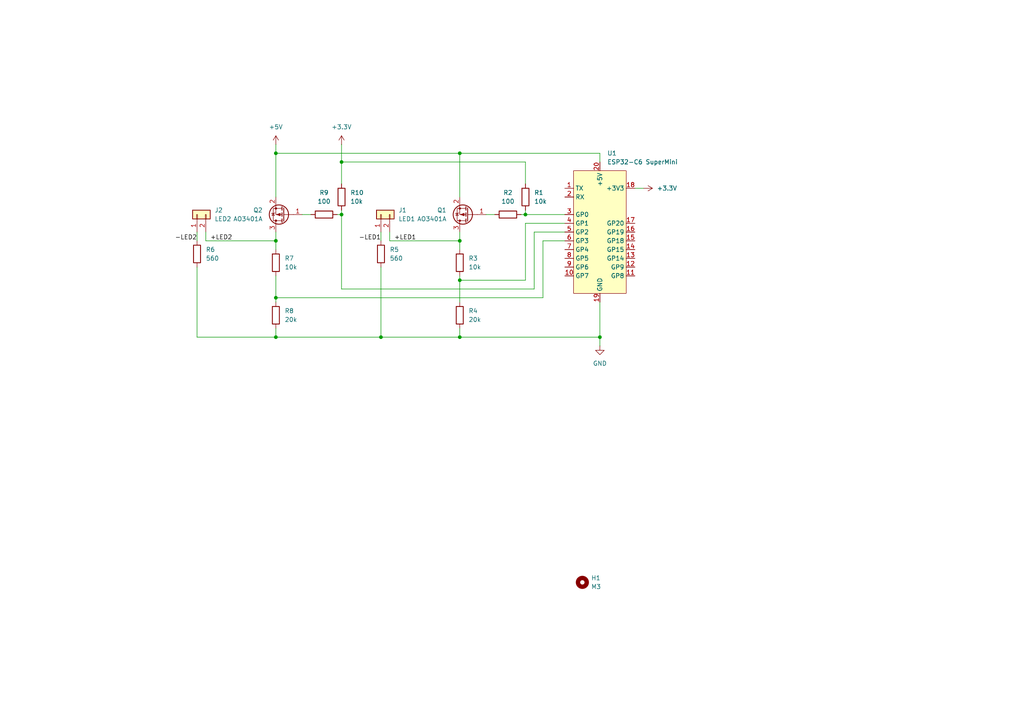
<source format=kicad_sch>
(kicad_sch (version 20250114) (generator "eeschema") (generator_version "9.0")
  (paper "A4")
  (lib_symbols
    (symbol "ESP32_2LED-IO:AO3401A" (pin_names (hide yes))
      (property "Reference" "Q" (at 5.08 1.905 0))
      (property "Value" "AO3401A" (at 5.08 0 0))
      (symbol "AO3401A_0_1"
        (polyline (pts (xy 0.254 1.905) (xy 0.254 -1.905)) (stroke (width 0.254)))
        (polyline (pts (xy 0.254 0) (xy -2.54 0)))
        (polyline (pts (xy 0.762 2.286) (xy 0.762 1.27)) (stroke (width 0.254)))
        (polyline (pts (xy 0.762 1.778) (xy 3.302 1.778) (xy 3.302 -1.778) (xy 0.762 -1.778)))
        (polyline (pts (xy 0.762 0.508) (xy 0.762 -0.508)) (stroke (width 0.254)))
        (polyline (pts (xy 0.762 -1.27) (xy 0.762 -2.286)) (stroke (width 0.254)))
        (circle (center 1.651 0) (radius 2.794) (stroke (width 0.254)))
        (polyline (pts (xy 2.286 0) (xy 1.27 0.381) (xy 1.27 -0.381) (xy 2.286 0)) (fill (type outline)))
        (polyline (pts (xy 2.54 2.54) (xy 2.54 1.778)))
        (circle (center 2.54 1.778) (radius 0.254) (fill (type outline)))
        (circle (center 2.54 -1.778) (radius 0.254) (fill (type outline)))
        (polyline (pts (xy 2.54 -2.54) (xy 2.54 0) (xy 0.762 0)))
        (polyline (pts (xy 2.794 -0.508) (xy 2.921 -0.381) (xy 3.683 -0.381) (xy 3.81 -0.254)))
        (polyline (pts (xy 3.302 -0.381) (xy 2.921 0.254) (xy 3.683 0.254) (xy 3.302 -0.381)))
      )
      (symbol "AO3401A_1_1"
        (pin input line (at -5.08 0 0) (length 2.54) (name "G") (number "1"))
        (pin passive line (at 2.54 5.08 270) (length 2.54) (name "D") (number "3"))
        (pin passive line (at 2.54 -5.08 90) (length 2.54) (name "S") (number "2"))
      )
    )
    (symbol "ESP32_2LED-IO:Conn_01x02" (pin_names (offset 1.016) (hide yes))
      (property "Reference" "J" (at 0 2.54 0))
      (property "Value" "Conn_01x02" (at 0 -5.08 0))
      (symbol "Conn_01x02_1_1"
        (rectangle (start -1.27 1.27) (end 1.27 -3.81) (stroke (width 0.254)) (fill (type background)))
        (rectangle (start -1.27 0.127) (end 0 -0.127) (stroke (width 0.1524)))
        (rectangle (start -1.27 -2.413) (end 0 -2.667) (stroke (width 0.1524)))
        (pin passive line (at -5.08 0 0) (length 3.81) (name "Pin_1") (number "1"))
        (pin passive line (at -5.08 -2.54 0) (length 3.81) (name "Pin_2") (number "2"))
      )
    )
    (symbol "ESP32_2LED-IO:ESP32-C6-SuperMini"
      (property "Reference" "U" (at 23.114 -12.192 0))
      (property "Value" "ESP32-C6 SuperMini" (at 0 0 90))
      (symbol "ESP32-C6-SuperMini_1_1"
        (rectangle (start -7.62 17.78) (end 7.62 -17.78) (fill (type background)))
        (pin passive line (at -10.16 12.7 0) (length 2.54) (name "TX") (number "1"))
        (pin passive line (at -10.16 10.16 0) (length 2.54) (name "RX") (number "2"))
        (pin passive line (at -10.16 5.08 0) (length 2.54) (name "GP0") (number "3"))
        (pin passive line (at -10.16 2.54 0) (length 2.54) (name "GP1") (number "4"))
        (pin passive line (at -10.16 0 0) (length 2.54) (name "GP2") (number "5"))
        (pin passive line (at -10.16 -2.54 0) (length 2.54) (name "GP3") (number "6"))
        (pin passive line (at -10.16 -5.08 0) (length 2.54) (name "GP4") (number "7"))
        (pin passive line (at -10.16 -7.62 0) (length 2.54) (name "GP5") (number "8"))
        (pin passive line (at -10.16 -10.16 0) (length 2.54) (name "GP6") (number "9"))
        (pin passive line (at -10.16 -12.7 0) (length 2.54) (name "GP7") (number "10"))
        (pin power_in line (at 0 20.32 270) (length 2.54) (name "+5V") (number "20"))
        (pin power_in line (at 0 -20.32 90) (length 2.54) (name "GND") (number "19"))
        (pin power_out line (at 10.16 12.7 180) (length 2.54) (name "+3V3") (number "18"))
        (pin passive line (at 10.16 2.54 180) (length 2.54) (name "GP20") (number "17"))
        (pin passive line (at 10.16 0 180) (length 2.54) (name "GP19") (number "16"))
        (pin passive line (at 10.16 -2.54 180) (length 2.54) (name "GP18") (number "15"))
        (pin passive line (at 10.16 -5.08 180) (length 2.54) (name "GP15") (number "14"))
        (pin passive line (at 10.16 -7.62 180) (length 2.54) (name "GP14") (number "13"))
        (pin passive line (at 10.16 -10.16 180) (length 2.54) (name "GP9") (number "12"))
        (pin passive line (at 10.16 -12.7 180) (length 2.54) (name "GP8") (number "11"))
      )
    )
    (symbol "ESP32_2LED-IO:MountingHole" (pin_names (offset 1.016)) (in_bom no)
      (property "Reference" "H" (at 0 5.08 0))
      (property "Value" "MountingHole" (at 0 3.175 0))
      (symbol "MountingHole_0_1"
        (circle (center 0 0) (radius 1.27) (stroke (width 1.27)))
      )
    )
    (symbol "ESP32_2LED-IO:R" (pin_numbers (hide yes)) (pin_names (offset 0))
      (property "Reference" "R" (at 2.032 0 90))
      (property "Value" "R" (at 0 0 90))
      (symbol "R_0_1"
        (rectangle (start -1.016 -2.54) (end 1.016 2.54) (stroke (width 0.254)))
      )
      (symbol "R_1_1"
        (pin passive line (at 0 3.81 270) (length 1.27) (name "~") (number "1"))
        (pin passive line (at 0 -3.81 90) (length 1.27) (name "~") (number "2"))
      )
    )
    (symbol "power:+3.3V" (power) (pin_numbers (hide yes)) (pin_names (offset 0) (hide yes))
      (property "Value" "+3.3V" (at 0 3.556 0))
      (symbol "+3.3V_0_1"
        (polyline (pts (xy -0.762 1.27) (xy 0 2.54)))
        (polyline (pts (xy 0 2.54) (xy 0.762 1.27)))
        (polyline (pts (xy 0 0) (xy 0 2.54)))
      )
      (symbol "+3.3V_1_1"
        (pin power_in line (at 0 0 90) (length 0) (name "~") (number "1"))
      )
    )
    (symbol "power:+5V" (power) (pin_numbers (hide yes)) (pin_names (offset 0) (hide yes))
      (property "Value" "+5V" (at 0 3.556 0))
      (symbol "+5V_0_1"
        (polyline (pts (xy -0.762 1.27) (xy 0 2.54)))
        (polyline (pts (xy 0 2.54) (xy 0.762 1.27)))
        (polyline (pts (xy 0 0) (xy 0 2.54)))
      )
      (symbol "+5V_1_1"
        (pin power_in line (at 0 0 90) (length 0) (name "~") (number "1"))
      )
    )
    (symbol "power:GND" (power) (pin_numbers (hide yes)) (pin_names (offset 0) (hide yes))
      (property "Value" "GND" (at 0 -3.81 0))
      (symbol "GND_0_1"
        (polyline (pts (xy 0 0) (xy 0 -1.27) (xy 1.27 -1.27) (xy 0 -2.54) (xy -1.27 -1.27) (xy 0 -1.27)))
      )
      (symbol "GND_1_1"
        (pin power_in line (at 0 0 270) (length 0) (name "~") (number "1"))
      )
    )
  )
  (junction (at 99.06 62.23))
  (junction (at 80.01 97.79))
  (junction (at 133.35 44.45))
  (junction (at 133.35 69.85))
  (junction (at 80.01 44.45))
  (junction (at 133.35 97.79))
  (junction (at 80.01 86.36))
  (junction (at 133.35 81.28))
  (junction (at 110.49 97.79))
  (junction (at 152.4 62.23))
  (junction (at 80.01 69.85))
  (junction (at 173.99 97.79))
  (junction (at 99.06 46.99))
  (wire (pts (xy 80.01 86.36) (xy 80.01 87.63)))
  (wire (pts (xy 152.4 64.77) (xy 163.83 64.77)))
  (wire (pts (xy 133.35 69.85) (xy 133.35 72.39)))
  (wire (pts (xy 80.01 44.45) (xy 80.01 57.15)))
  (wire (pts (xy 133.35 44.45) (xy 173.99 44.45)))
  (wire (pts (xy 110.49 67.31) (xy 110.49 69.85)))
  (wire (pts (xy 110.49 97.79) (xy 80.01 97.79)))
  (wire (pts (xy 59.69 67.31) (xy 59.69 69.85)))
  (wire (pts (xy 133.35 81.28) (xy 133.35 87.63)))
  (wire (pts (xy 154.94 83.82) (xy 99.06 83.82)))
  (wire (pts (xy 152.4 60.96) (xy 152.4 62.23)))
  (wire (pts (xy 133.35 95.25) (xy 133.35 97.79)))
  (wire (pts (xy 133.35 67.31) (xy 133.35 69.85)))
  (wire (pts (xy 133.35 81.28) (xy 152.4 81.28)))
  (wire (pts (xy 80.01 80.01) (xy 80.01 86.36)))
  (wire (pts (xy 154.94 67.31) (xy 154.94 83.82)))
  (wire (pts (xy 87.63 62.23) (xy 90.17 62.23)))
  (wire (pts (xy 80.01 69.85) (xy 80.01 72.39)))
  (wire (pts (xy 99.06 41.91) (xy 99.06 46.99)))
  (wire (pts (xy 57.15 67.31) (xy 57.15 69.85)))
  (wire (pts (xy 133.35 81.28) (xy 133.35 80.01)))
  (wire (pts (xy 57.15 77.47) (xy 57.15 97.79)))
  (wire (pts (xy 80.01 97.79) (xy 80.01 95.25)))
  (wire (pts (xy 163.83 67.31) (xy 154.94 67.31)))
  (wire (pts (xy 110.49 77.47) (xy 110.49 97.79)))
  (wire (pts (xy 59.69 69.85) (xy 80.01 69.85)))
  (wire (pts (xy 80.01 86.36) (xy 157.48 86.36)))
  (wire (pts (xy 99.06 60.96) (xy 99.06 62.23)))
  (wire (pts (xy 151.13 62.23) (xy 152.4 62.23)))
  (wire (pts (xy 97.79 62.23) (xy 99.06 62.23)))
  (wire (pts (xy 157.48 69.85) (xy 163.83 69.85)))
  (wire (pts (xy 140.97 62.23) (xy 143.51 62.23)))
  (wire (pts (xy 57.15 97.79) (xy 80.01 97.79)))
  (wire (pts (xy 113.03 69.85) (xy 133.35 69.85)))
  (wire (pts (xy 152.4 46.99) (xy 152.4 53.34)))
  (wire (pts (xy 184.15 54.61) (xy 186.69 54.61)))
  (wire (pts (xy 99.06 46.99) (xy 152.4 46.99)))
  (wire (pts (xy 173.99 97.79) (xy 173.99 100.33)))
  (wire (pts (xy 133.35 97.79) (xy 173.99 97.79)))
  (wire (pts (xy 113.03 67.31) (xy 113.03 69.85)))
  (wire (pts (xy 110.49 97.79) (xy 133.35 97.79)))
  (wire (pts (xy 173.99 44.45) (xy 173.99 46.99)))
  (wire (pts (xy 80.01 41.91) (xy 80.01 44.45)))
  (wire (pts (xy 99.06 46.99) (xy 99.06 53.34)))
  (wire (pts (xy 173.99 87.63) (xy 173.99 97.79)))
  (wire (pts (xy 99.06 62.23) (xy 99.06 83.82)))
  (wire (pts (xy 80.01 44.45) (xy 133.35 44.45)))
  (wire (pts (xy 133.35 44.45) (xy 133.35 57.15)))
  (wire (pts (xy 80.01 67.31) (xy 80.01 69.85)))
  (wire (pts (xy 152.4 81.28) (xy 152.4 64.77)))
  (wire (pts (xy 157.48 86.36) (xy 157.48 69.85)))
  (wire (pts (xy 152.4 62.23) (xy 163.83 62.23)))
  (label "+LED2" (at 60.96 69.85 0))
  (label "-LED2" (at 57.15 69.85 180))
  (label "-LED1" (at 110.49 69.85 180))
  (label "+LED1" (at 114.3 69.85 0))
  (symbol (lib_id "ESP32_2LED-IO:R") (at 80.01 76.2 180) (unit 1)
    (property "Reference" "R7" (at 82.55 74.9299 0) (effects (justify right)))
    (property "Value" "10k" (at 82.55 77.4699 0) (effects (justify right)))
    (property "Footprint" "ESP32_2LED-IO:R_0603_1608Metric_Pad0.98x0.95mm_HandSolder" (effects (hide yes)))
    (property "Description" "Resistor" (effects (hide yes)))
  )
  (symbol (lib_id "power:GND") (at 173.99 100.33 0) (unit 1)
    (property "Reference" "#PWR03" (effects (hide yes)))
    (property "Value" "GND" (at 173.99 105.41 0))
    (property "Description" "Power symbol creates a global label with name \"GND\" , ground" (effects (hide yes)))
  )
  (symbol (lib_id "ESP32_2LED-IO:AO3401A") (at 135.89 62.23 180) (unit 1)
    (property "Reference" "Q1" (at 129.54 60.9599 0) (effects (justify left)))
    (property "Value" "AO3401A" (at 129.54 63.4999 0) (effects (justify left)))
    (property "Footprint" "ESP32_2LED-IO:SOT-23" (effects (hide yes)))
    (property "Datasheet" "http://www.aosmd.com/pdfs/datasheet/AO3401A.pdf" (effects (hide yes)))
    (property "Description" "-4.0A Id, -30V Vds, P-Channel MOSFET, SOT-23" (effects (hide yes)))
  )
  (symbol (lib_id "power:+3.3V") (at 99.06 41.91 0) (unit 1)
    (property "Reference" "#PWR07" (effects (hide yes)))
    (property "Value" "+3.3V" (at 99.06 36.83 0))
    (property "Description" "Power symbol creates a global label with name \"+3.3V\"" (effects (hide yes)))
  )
  (symbol (lib_id "ESP32_2LED-IO:R") (at 80.01 91.44 180) (unit 1)
    (property "Reference" "R8" (at 82.55 90.1699 0) (effects (justify right)))
    (property "Value" "20k" (at 82.55 92.7099 0) (effects (justify right)))
    (property "Footprint" "ESP32_2LED-IO:R_0603_1608Metric_Pad0.98x0.95mm_HandSolder" (effects (hide yes)))
    (property "Description" "Resistor" (effects (hide yes)))
  )
  (symbol (lib_id "ESP32_2LED-IO:MountingHole") (at 168.91 168.91 0) (unit 1) (in_bom no)
    (property "Reference" "H1" (at 171.45 167.6399 0) (effects (justify left)))
    (property "Value" "M3" (at 171.45 170.1799 0) (effects (justify left)))
    (property "Footprint" "ESP32_2LED-IO:MountingHole_3.2mm_M3" (effects (hide yes)))
    (property "Description" "Mounting Hole without connection" (effects (hide yes)))
  )
  (symbol (lib_id "power:+5V") (at 80.01 41.91 0) (unit 1)
    (property "Reference" "#PWR06" (effects (hide yes)))
    (property "Value" "+5V" (at 80.01 36.83 0))
    (property "Description" "Power symbol creates a global label with name \"+5V\"" (effects (hide yes)))
  )
  (symbol (lib_id "ESP32_2LED-IO:R") (at 152.4 57.15 180) (unit 1)
    (property "Reference" "R1" (at 154.94 55.8799 0) (effects (justify right)))
    (property "Value" "10k" (at 154.94 58.4199 0) (effects (justify right)))
    (property "Footprint" "ESP32_2LED-IO:R_0603_1608Metric_Pad0.98x0.95mm_HandSolder" (effects (hide yes)))
    (property "Description" "Resistor" (effects (hide yes)))
  )
  (symbol (lib_id "ESP32_2LED-IO:AO3401A") (at 82.55 62.23 180) (unit 1)
    (property "Reference" "Q2" (at 76.2 60.9599 0) (effects (justify left)))
    (property "Value" "AO3401A" (at 76.2 63.4999 0) (effects (justify left)))
    (property "Footprint" "ESP32_2LED-IO:SOT-23" (effects (hide yes)))
    (property "Datasheet" "http://www.aosmd.com/pdfs/datasheet/AO3401A.pdf" (effects (hide yes)))
    (property "Description" "-4.0A Id, -30V Vds, P-Channel MOSFET, SOT-23" (effects (hide yes)))
  )
  (symbol (lib_id "ESP32_2LED-IO:Conn_01x02") (at 57.15 62.23 90) (unit 1)
    (property "Reference" "J2" (at 62.23 60.9599 90) (effects (justify right)))
    (property "Value" "LED2" (at 62.23 63.4999 90) (effects (justify right)))
    (property "Footprint" "ESP32_2LED-IO:Molex_KK-254_AE-6410-02A_1x02_P2.54mm_Vertical" (effects (hide yes)))
    (property "Description" "Generic connector, single row, 01x02, script generated (kicad-library-utils/schlib/autogen/connector/)" (effects (hide yes)))
  )
  (symbol (lib_id "ESP32_2LED-IO:R") (at 99.06 57.15 180) (unit 1)
    (property "Reference" "R10" (at 101.6 55.8799 0) (effects (justify right)))
    (property "Value" "10k" (at 101.6 58.4199 0) (effects (justify right)))
    (property "Footprint" "ESP32_2LED-IO:R_0603_1608Metric_Pad0.98x0.95mm_HandSolder" (effects (hide yes)))
    (property "Description" "Resistor" (effects (hide yes)))
  )
  (symbol (lib_id "ESP32_2LED-IO:R") (at 93.98 62.23 270) (unit 1)
    (property "Reference" "R9" (at 93.98 55.88 90))
    (property "Value" "100" (at 93.98 58.42 90))
    (property "Footprint" "ESP32_2LED-IO:R_0603_1608Metric_Pad0.98x0.95mm_HandSolder" (effects (hide yes)))
    (property "Description" "Resistor" (effects (hide yes)))
  )
  (symbol (lib_id "ESP32_2LED-IO:R") (at 133.35 76.2 180) (unit 1)
    (property "Reference" "R3" (at 135.89 74.9299 0) (effects (justify right)))
    (property "Value" "10k" (at 135.89 77.4699 0) (effects (justify right)))
    (property "Footprint" "ESP32_2LED-IO:R_0603_1608Metric_Pad0.98x0.95mm_HandSolder" (effects (hide yes)))
    (property "Description" "Resistor" (effects (hide yes)))
  )
  (symbol (lib_id "ESP32_2LED-IO:Conn_01x02") (at 110.49 62.23 90) (unit 1)
    (property "Reference" "J1" (at 115.57 60.9599 90) (effects (justify right)))
    (property "Value" "LED1" (at 115.57 63.4999 90) (effects (justify right)))
    (property "Footprint" "ESP32_2LED-IO:Molex_KK-254_AE-6410-02A_1x02_P2.54mm_Vertical" (effects (hide yes)))
    (property "Description" "Generic connector, single row, 01x02, script generated (kicad-library-utils/schlib/autogen/connector/)" (effects (hide yes)))
  )
  (symbol (lib_id "ESP32_2LED-IO:R") (at 147.32 62.23 270) (unit 1)
    (property "Reference" "R2" (at 147.32 55.88 90))
    (property "Value" "100" (at 147.32 58.42 90))
    (property "Footprint" "ESP32_2LED-IO:R_0603_1608Metric_Pad0.98x0.95mm_HandSolder" (effects (hide yes)))
    (property "Description" "Resistor" (effects (hide yes)))
  )
  (symbol (lib_id "ESP32_2LED-IO:R") (at 133.35 91.44 180) (unit 1)
    (property "Reference" "R4" (at 135.89 90.1699 0) (effects (justify right)))
    (property "Value" "20k" (at 135.89 92.7099 0) (effects (justify right)))
    (property "Footprint" "ESP32_2LED-IO:R_0603_1608Metric_Pad0.98x0.95mm_HandSolder" (effects (hide yes)))
    (property "Description" "Resistor" (effects (hide yes)))
  )
  (symbol (lib_id "ESP32_2LED-IO:R") (at 110.49 73.66 180) (unit 1)
    (property "Reference" "R5" (at 113.03 72.3899 0) (effects (justify right)))
    (property "Value" "560" (at 113.03 74.9299 0) (effects (justify right)))
    (property "Footprint" "ESP32_2LED-IO:R_1206_3216Metric_Pad1.30x1.75mm_HandSolder" (effects (hide yes)))
    (property "Description" "Resistor" (effects (hide yes)))
  )
  (symbol (lib_id "ESP32_2LED-IO:R") (at 57.15 73.66 180) (unit 1)
    (property "Reference" "R6" (at 59.69 72.3899 0) (effects (justify right)))
    (property "Value" "560" (at 59.69 74.9299 0) (effects (justify right)))
    (property "Footprint" "ESP32_2LED-IO:R_1206_3216Metric_Pad1.30x1.75mm_HandSolder" (effects (hide yes)))
    (property "Description" "Resistor" (effects (hide yes)))
  )
  (symbol (lib_id "power:+3.3V") (at 186.69 54.61 270) (unit 1)
    (property "Reference" "#PWR02" (effects (hide yes)))
    (property "Value" "+3.3V" (at 190.5 54.6099 90) (effects (justify left)))
    (property "Description" "Power symbol creates a global label with name \"+3.3V\"" (effects (hide yes)))
  )
  (symbol (lib_id "ESP32_2LED-IO:ESP32-C6-SuperMini") (at 173.99 67.31 0) (unit 1)
    (property "Reference" "U1" (at 176.1333 44.45 0) (effects (justify left)))
    (property "Value" "ESP32-C6 SuperMini" (at 176.1333 46.99 0) (effects (justify left)))
    (property "Footprint" "ESP32_2LED-IO:ESP32C6-SuperMini-SMD" (effects (hide yes)))
  )
)
</source>
